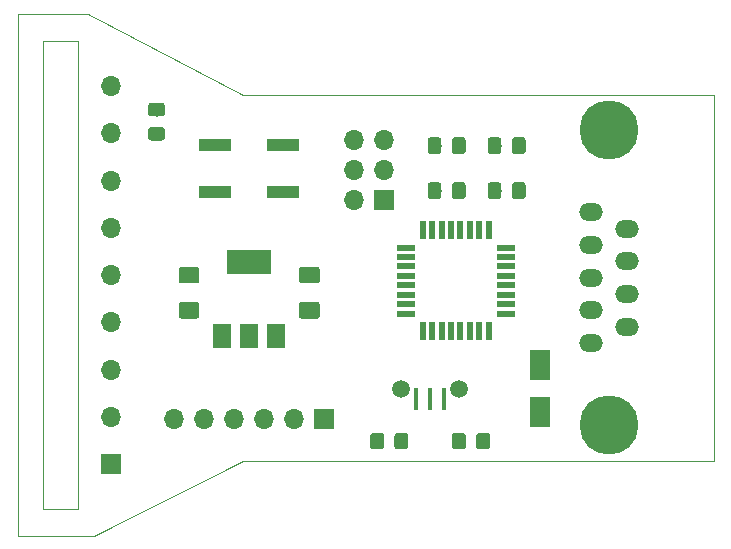
<source format=gbr>
G04 #@! TF.GenerationSoftware,KiCad,Pcbnew,5.1.4-e60b266~84~ubuntu16.04.1*
G04 #@! TF.CreationDate,2019-11-10T18:33:16+00:00*
G04 #@! TF.ProjectId,OpenPSX2AmigaPadAdapter,4f70656e-5053-4583-9241-6d6967615061,2*
G04 #@! TF.SameCoordinates,Original*
G04 #@! TF.FileFunction,Soldermask,Top*
G04 #@! TF.FilePolarity,Negative*
%FSLAX46Y46*%
G04 Gerber Fmt 4.6, Leading zero omitted, Abs format (unit mm)*
G04 Created by KiCad (PCBNEW 5.1.4-e60b266~84~ubuntu16.04.1) date 2019-11-10 18:33:16*
%MOMM*%
%LPD*%
G04 APERTURE LIST*
%ADD10C,0.050000*%
%ADD11O,1.700000X1.700000*%
%ADD12R,1.700000X1.700000*%
%ADD13C,0.100000*%
%ADD14C,1.425000*%
%ADD15C,1.150000*%
%ADD16R,0.550000X1.600000*%
%ADD17R,1.600000X0.550000*%
%ADD18R,3.800000X2.000000*%
%ADD19R,1.500000X2.000000*%
%ADD20C,1.500000*%
%ADD21C,5.001260*%
%ADD22O,1.998980X1.501140*%
%ADD23R,2.750000X1.000000*%
%ADD24R,1.800000X2.500000*%
%ADD25R,0.400000X1.900000*%
G04 APERTURE END LIST*
D10*
X113792000Y-95758000D02*
X110871000Y-95758000D01*
X113792000Y-56134000D02*
X113792000Y-95758000D01*
X110871000Y-56134000D02*
X113792000Y-56134000D01*
X110871000Y-95758000D02*
X110871000Y-56134000D01*
X167640000Y-91694000D02*
X127762000Y-91694000D01*
X127762000Y-91694000D02*
X115189000Y-98044000D01*
X108712000Y-98044000D02*
X115189000Y-98044000D01*
X108712000Y-53848000D02*
X108712000Y-98044000D01*
X114681000Y-53848000D02*
X108712000Y-53848000D01*
X127762000Y-60706000D02*
X114681000Y-53848000D01*
X127762000Y-60706000D02*
X167640000Y-60706000D01*
X167640000Y-60706000D02*
X167640000Y-91694000D01*
D11*
X116616000Y-59982500D03*
X116616000Y-63982500D03*
X116616000Y-67982500D03*
X116616000Y-71982500D03*
X116616000Y-75982500D03*
X116616000Y-79982500D03*
X116616000Y-83982500D03*
X116616000Y-87982500D03*
D12*
X116616000Y-91982500D03*
D13*
G36*
X134049504Y-75271204D02*
G01*
X134073773Y-75274804D01*
X134097571Y-75280765D01*
X134120671Y-75289030D01*
X134142849Y-75299520D01*
X134163893Y-75312133D01*
X134183598Y-75326747D01*
X134201777Y-75343223D01*
X134218253Y-75361402D01*
X134232867Y-75381107D01*
X134245480Y-75402151D01*
X134255970Y-75424329D01*
X134264235Y-75447429D01*
X134270196Y-75471227D01*
X134273796Y-75495496D01*
X134275000Y-75520000D01*
X134275000Y-76445000D01*
X134273796Y-76469504D01*
X134270196Y-76493773D01*
X134264235Y-76517571D01*
X134255970Y-76540671D01*
X134245480Y-76562849D01*
X134232867Y-76583893D01*
X134218253Y-76603598D01*
X134201777Y-76621777D01*
X134183598Y-76638253D01*
X134163893Y-76652867D01*
X134142849Y-76665480D01*
X134120671Y-76675970D01*
X134097571Y-76684235D01*
X134073773Y-76690196D01*
X134049504Y-76693796D01*
X134025000Y-76695000D01*
X132775000Y-76695000D01*
X132750496Y-76693796D01*
X132726227Y-76690196D01*
X132702429Y-76684235D01*
X132679329Y-76675970D01*
X132657151Y-76665480D01*
X132636107Y-76652867D01*
X132616402Y-76638253D01*
X132598223Y-76621777D01*
X132581747Y-76603598D01*
X132567133Y-76583893D01*
X132554520Y-76562849D01*
X132544030Y-76540671D01*
X132535765Y-76517571D01*
X132529804Y-76493773D01*
X132526204Y-76469504D01*
X132525000Y-76445000D01*
X132525000Y-75520000D01*
X132526204Y-75495496D01*
X132529804Y-75471227D01*
X132535765Y-75447429D01*
X132544030Y-75424329D01*
X132554520Y-75402151D01*
X132567133Y-75381107D01*
X132581747Y-75361402D01*
X132598223Y-75343223D01*
X132616402Y-75326747D01*
X132636107Y-75312133D01*
X132657151Y-75299520D01*
X132679329Y-75289030D01*
X132702429Y-75280765D01*
X132726227Y-75274804D01*
X132750496Y-75271204D01*
X132775000Y-75270000D01*
X134025000Y-75270000D01*
X134049504Y-75271204D01*
X134049504Y-75271204D01*
G37*
D14*
X133400000Y-75982500D03*
D13*
G36*
X134049504Y-78246204D02*
G01*
X134073773Y-78249804D01*
X134097571Y-78255765D01*
X134120671Y-78264030D01*
X134142849Y-78274520D01*
X134163893Y-78287133D01*
X134183598Y-78301747D01*
X134201777Y-78318223D01*
X134218253Y-78336402D01*
X134232867Y-78356107D01*
X134245480Y-78377151D01*
X134255970Y-78399329D01*
X134264235Y-78422429D01*
X134270196Y-78446227D01*
X134273796Y-78470496D01*
X134275000Y-78495000D01*
X134275000Y-79420000D01*
X134273796Y-79444504D01*
X134270196Y-79468773D01*
X134264235Y-79492571D01*
X134255970Y-79515671D01*
X134245480Y-79537849D01*
X134232867Y-79558893D01*
X134218253Y-79578598D01*
X134201777Y-79596777D01*
X134183598Y-79613253D01*
X134163893Y-79627867D01*
X134142849Y-79640480D01*
X134120671Y-79650970D01*
X134097571Y-79659235D01*
X134073773Y-79665196D01*
X134049504Y-79668796D01*
X134025000Y-79670000D01*
X132775000Y-79670000D01*
X132750496Y-79668796D01*
X132726227Y-79665196D01*
X132702429Y-79659235D01*
X132679329Y-79650970D01*
X132657151Y-79640480D01*
X132636107Y-79627867D01*
X132616402Y-79613253D01*
X132598223Y-79596777D01*
X132581747Y-79578598D01*
X132567133Y-79558893D01*
X132554520Y-79537849D01*
X132544030Y-79515671D01*
X132535765Y-79492571D01*
X132529804Y-79468773D01*
X132526204Y-79444504D01*
X132525000Y-79420000D01*
X132525000Y-78495000D01*
X132526204Y-78470496D01*
X132529804Y-78446227D01*
X132535765Y-78422429D01*
X132544030Y-78399329D01*
X132554520Y-78377151D01*
X132567133Y-78356107D01*
X132581747Y-78336402D01*
X132598223Y-78318223D01*
X132616402Y-78301747D01*
X132636107Y-78287133D01*
X132657151Y-78274520D01*
X132679329Y-78264030D01*
X132702429Y-78255765D01*
X132726227Y-78249804D01*
X132750496Y-78246204D01*
X132775000Y-78245000D01*
X134025000Y-78245000D01*
X134049504Y-78246204D01*
X134049504Y-78246204D01*
G37*
D14*
X133400000Y-78957500D03*
D13*
G36*
X123849504Y-78246204D02*
G01*
X123873773Y-78249804D01*
X123897571Y-78255765D01*
X123920671Y-78264030D01*
X123942849Y-78274520D01*
X123963893Y-78287133D01*
X123983598Y-78301747D01*
X124001777Y-78318223D01*
X124018253Y-78336402D01*
X124032867Y-78356107D01*
X124045480Y-78377151D01*
X124055970Y-78399329D01*
X124064235Y-78422429D01*
X124070196Y-78446227D01*
X124073796Y-78470496D01*
X124075000Y-78495000D01*
X124075000Y-79420000D01*
X124073796Y-79444504D01*
X124070196Y-79468773D01*
X124064235Y-79492571D01*
X124055970Y-79515671D01*
X124045480Y-79537849D01*
X124032867Y-79558893D01*
X124018253Y-79578598D01*
X124001777Y-79596777D01*
X123983598Y-79613253D01*
X123963893Y-79627867D01*
X123942849Y-79640480D01*
X123920671Y-79650970D01*
X123897571Y-79659235D01*
X123873773Y-79665196D01*
X123849504Y-79668796D01*
X123825000Y-79670000D01*
X122575000Y-79670000D01*
X122550496Y-79668796D01*
X122526227Y-79665196D01*
X122502429Y-79659235D01*
X122479329Y-79650970D01*
X122457151Y-79640480D01*
X122436107Y-79627867D01*
X122416402Y-79613253D01*
X122398223Y-79596777D01*
X122381747Y-79578598D01*
X122367133Y-79558893D01*
X122354520Y-79537849D01*
X122344030Y-79515671D01*
X122335765Y-79492571D01*
X122329804Y-79468773D01*
X122326204Y-79444504D01*
X122325000Y-79420000D01*
X122325000Y-78495000D01*
X122326204Y-78470496D01*
X122329804Y-78446227D01*
X122335765Y-78422429D01*
X122344030Y-78399329D01*
X122354520Y-78377151D01*
X122367133Y-78356107D01*
X122381747Y-78336402D01*
X122398223Y-78318223D01*
X122416402Y-78301747D01*
X122436107Y-78287133D01*
X122457151Y-78274520D01*
X122479329Y-78264030D01*
X122502429Y-78255765D01*
X122526227Y-78249804D01*
X122550496Y-78246204D01*
X122575000Y-78245000D01*
X123825000Y-78245000D01*
X123849504Y-78246204D01*
X123849504Y-78246204D01*
G37*
D14*
X123200000Y-78957500D03*
D13*
G36*
X123849504Y-75271204D02*
G01*
X123873773Y-75274804D01*
X123897571Y-75280765D01*
X123920671Y-75289030D01*
X123942849Y-75299520D01*
X123963893Y-75312133D01*
X123983598Y-75326747D01*
X124001777Y-75343223D01*
X124018253Y-75361402D01*
X124032867Y-75381107D01*
X124045480Y-75402151D01*
X124055970Y-75424329D01*
X124064235Y-75447429D01*
X124070196Y-75471227D01*
X124073796Y-75495496D01*
X124075000Y-75520000D01*
X124075000Y-76445000D01*
X124073796Y-76469504D01*
X124070196Y-76493773D01*
X124064235Y-76517571D01*
X124055970Y-76540671D01*
X124045480Y-76562849D01*
X124032867Y-76583893D01*
X124018253Y-76603598D01*
X124001777Y-76621777D01*
X123983598Y-76638253D01*
X123963893Y-76652867D01*
X123942849Y-76665480D01*
X123920671Y-76675970D01*
X123897571Y-76684235D01*
X123873773Y-76690196D01*
X123849504Y-76693796D01*
X123825000Y-76695000D01*
X122575000Y-76695000D01*
X122550496Y-76693796D01*
X122526227Y-76690196D01*
X122502429Y-76684235D01*
X122479329Y-76675970D01*
X122457151Y-76665480D01*
X122436107Y-76652867D01*
X122416402Y-76638253D01*
X122398223Y-76621777D01*
X122381747Y-76603598D01*
X122367133Y-76583893D01*
X122354520Y-76562849D01*
X122344030Y-76540671D01*
X122335765Y-76517571D01*
X122329804Y-76493773D01*
X122326204Y-76469504D01*
X122325000Y-76445000D01*
X122325000Y-75520000D01*
X122326204Y-75495496D01*
X122329804Y-75471227D01*
X122335765Y-75447429D01*
X122344030Y-75424329D01*
X122354520Y-75402151D01*
X122367133Y-75381107D01*
X122381747Y-75361402D01*
X122398223Y-75343223D01*
X122416402Y-75326747D01*
X122436107Y-75312133D01*
X122457151Y-75299520D01*
X122479329Y-75289030D01*
X122502429Y-75280765D01*
X122526227Y-75274804D01*
X122550496Y-75271204D01*
X122575000Y-75270000D01*
X123825000Y-75270000D01*
X123849504Y-75271204D01*
X123849504Y-75271204D01*
G37*
D14*
X123200000Y-75982500D03*
D13*
G36*
X139486505Y-89344204D02*
G01*
X139510773Y-89347804D01*
X139534572Y-89353765D01*
X139557671Y-89362030D01*
X139579850Y-89372520D01*
X139600893Y-89385132D01*
X139620599Y-89399747D01*
X139638777Y-89416223D01*
X139655253Y-89434401D01*
X139669868Y-89454107D01*
X139682480Y-89475150D01*
X139692970Y-89497329D01*
X139701235Y-89520428D01*
X139707196Y-89544227D01*
X139710796Y-89568495D01*
X139712000Y-89592999D01*
X139712000Y-90493001D01*
X139710796Y-90517505D01*
X139707196Y-90541773D01*
X139701235Y-90565572D01*
X139692970Y-90588671D01*
X139682480Y-90610850D01*
X139669868Y-90631893D01*
X139655253Y-90651599D01*
X139638777Y-90669777D01*
X139620599Y-90686253D01*
X139600893Y-90700868D01*
X139579850Y-90713480D01*
X139557671Y-90723970D01*
X139534572Y-90732235D01*
X139510773Y-90738196D01*
X139486505Y-90741796D01*
X139462001Y-90743000D01*
X138811999Y-90743000D01*
X138787495Y-90741796D01*
X138763227Y-90738196D01*
X138739428Y-90732235D01*
X138716329Y-90723970D01*
X138694150Y-90713480D01*
X138673107Y-90700868D01*
X138653401Y-90686253D01*
X138635223Y-90669777D01*
X138618747Y-90651599D01*
X138604132Y-90631893D01*
X138591520Y-90610850D01*
X138581030Y-90588671D01*
X138572765Y-90565572D01*
X138566804Y-90541773D01*
X138563204Y-90517505D01*
X138562000Y-90493001D01*
X138562000Y-89592999D01*
X138563204Y-89568495D01*
X138566804Y-89544227D01*
X138572765Y-89520428D01*
X138581030Y-89497329D01*
X138591520Y-89475150D01*
X138604132Y-89454107D01*
X138618747Y-89434401D01*
X138635223Y-89416223D01*
X138653401Y-89399747D01*
X138673107Y-89385132D01*
X138694150Y-89372520D01*
X138716329Y-89362030D01*
X138739428Y-89353765D01*
X138763227Y-89347804D01*
X138787495Y-89344204D01*
X138811999Y-89343000D01*
X139462001Y-89343000D01*
X139486505Y-89344204D01*
X139486505Y-89344204D01*
G37*
D15*
X139137000Y-90043000D03*
D13*
G36*
X141536505Y-89344204D02*
G01*
X141560773Y-89347804D01*
X141584572Y-89353765D01*
X141607671Y-89362030D01*
X141629850Y-89372520D01*
X141650893Y-89385132D01*
X141670599Y-89399747D01*
X141688777Y-89416223D01*
X141705253Y-89434401D01*
X141719868Y-89454107D01*
X141732480Y-89475150D01*
X141742970Y-89497329D01*
X141751235Y-89520428D01*
X141757196Y-89544227D01*
X141760796Y-89568495D01*
X141762000Y-89592999D01*
X141762000Y-90493001D01*
X141760796Y-90517505D01*
X141757196Y-90541773D01*
X141751235Y-90565572D01*
X141742970Y-90588671D01*
X141732480Y-90610850D01*
X141719868Y-90631893D01*
X141705253Y-90651599D01*
X141688777Y-90669777D01*
X141670599Y-90686253D01*
X141650893Y-90700868D01*
X141629850Y-90713480D01*
X141607671Y-90723970D01*
X141584572Y-90732235D01*
X141560773Y-90738196D01*
X141536505Y-90741796D01*
X141512001Y-90743000D01*
X140861999Y-90743000D01*
X140837495Y-90741796D01*
X140813227Y-90738196D01*
X140789428Y-90732235D01*
X140766329Y-90723970D01*
X140744150Y-90713480D01*
X140723107Y-90700868D01*
X140703401Y-90686253D01*
X140685223Y-90669777D01*
X140668747Y-90651599D01*
X140654132Y-90631893D01*
X140641520Y-90610850D01*
X140631030Y-90588671D01*
X140622765Y-90565572D01*
X140616804Y-90541773D01*
X140613204Y-90517505D01*
X140612000Y-90493001D01*
X140612000Y-89592999D01*
X140613204Y-89568495D01*
X140616804Y-89544227D01*
X140622765Y-89520428D01*
X140631030Y-89497329D01*
X140641520Y-89475150D01*
X140654132Y-89454107D01*
X140668747Y-89434401D01*
X140685223Y-89416223D01*
X140703401Y-89399747D01*
X140723107Y-89385132D01*
X140744150Y-89372520D01*
X140766329Y-89362030D01*
X140789428Y-89353765D01*
X140813227Y-89347804D01*
X140837495Y-89344204D01*
X140861999Y-89343000D01*
X141512001Y-89343000D01*
X141536505Y-89344204D01*
X141536505Y-89344204D01*
G37*
D15*
X141187000Y-90043000D03*
D13*
G36*
X146416505Y-89344204D02*
G01*
X146440773Y-89347804D01*
X146464572Y-89353765D01*
X146487671Y-89362030D01*
X146509850Y-89372520D01*
X146530893Y-89385132D01*
X146550599Y-89399747D01*
X146568777Y-89416223D01*
X146585253Y-89434401D01*
X146599868Y-89454107D01*
X146612480Y-89475150D01*
X146622970Y-89497329D01*
X146631235Y-89520428D01*
X146637196Y-89544227D01*
X146640796Y-89568495D01*
X146642000Y-89592999D01*
X146642000Y-90493001D01*
X146640796Y-90517505D01*
X146637196Y-90541773D01*
X146631235Y-90565572D01*
X146622970Y-90588671D01*
X146612480Y-90610850D01*
X146599868Y-90631893D01*
X146585253Y-90651599D01*
X146568777Y-90669777D01*
X146550599Y-90686253D01*
X146530893Y-90700868D01*
X146509850Y-90713480D01*
X146487671Y-90723970D01*
X146464572Y-90732235D01*
X146440773Y-90738196D01*
X146416505Y-90741796D01*
X146392001Y-90743000D01*
X145741999Y-90743000D01*
X145717495Y-90741796D01*
X145693227Y-90738196D01*
X145669428Y-90732235D01*
X145646329Y-90723970D01*
X145624150Y-90713480D01*
X145603107Y-90700868D01*
X145583401Y-90686253D01*
X145565223Y-90669777D01*
X145548747Y-90651599D01*
X145534132Y-90631893D01*
X145521520Y-90610850D01*
X145511030Y-90588671D01*
X145502765Y-90565572D01*
X145496804Y-90541773D01*
X145493204Y-90517505D01*
X145492000Y-90493001D01*
X145492000Y-89592999D01*
X145493204Y-89568495D01*
X145496804Y-89544227D01*
X145502765Y-89520428D01*
X145511030Y-89497329D01*
X145521520Y-89475150D01*
X145534132Y-89454107D01*
X145548747Y-89434401D01*
X145565223Y-89416223D01*
X145583401Y-89399747D01*
X145603107Y-89385132D01*
X145624150Y-89372520D01*
X145646329Y-89362030D01*
X145669428Y-89353765D01*
X145693227Y-89347804D01*
X145717495Y-89344204D01*
X145741999Y-89343000D01*
X146392001Y-89343000D01*
X146416505Y-89344204D01*
X146416505Y-89344204D01*
G37*
D15*
X146067000Y-90043000D03*
D13*
G36*
X148466505Y-89344204D02*
G01*
X148490773Y-89347804D01*
X148514572Y-89353765D01*
X148537671Y-89362030D01*
X148559850Y-89372520D01*
X148580893Y-89385132D01*
X148600599Y-89399747D01*
X148618777Y-89416223D01*
X148635253Y-89434401D01*
X148649868Y-89454107D01*
X148662480Y-89475150D01*
X148672970Y-89497329D01*
X148681235Y-89520428D01*
X148687196Y-89544227D01*
X148690796Y-89568495D01*
X148692000Y-89592999D01*
X148692000Y-90493001D01*
X148690796Y-90517505D01*
X148687196Y-90541773D01*
X148681235Y-90565572D01*
X148672970Y-90588671D01*
X148662480Y-90610850D01*
X148649868Y-90631893D01*
X148635253Y-90651599D01*
X148618777Y-90669777D01*
X148600599Y-90686253D01*
X148580893Y-90700868D01*
X148559850Y-90713480D01*
X148537671Y-90723970D01*
X148514572Y-90732235D01*
X148490773Y-90738196D01*
X148466505Y-90741796D01*
X148442001Y-90743000D01*
X147791999Y-90743000D01*
X147767495Y-90741796D01*
X147743227Y-90738196D01*
X147719428Y-90732235D01*
X147696329Y-90723970D01*
X147674150Y-90713480D01*
X147653107Y-90700868D01*
X147633401Y-90686253D01*
X147615223Y-90669777D01*
X147598747Y-90651599D01*
X147584132Y-90631893D01*
X147571520Y-90610850D01*
X147561030Y-90588671D01*
X147552765Y-90565572D01*
X147546804Y-90541773D01*
X147543204Y-90517505D01*
X147542000Y-90493001D01*
X147542000Y-89592999D01*
X147543204Y-89568495D01*
X147546804Y-89544227D01*
X147552765Y-89520428D01*
X147561030Y-89497329D01*
X147571520Y-89475150D01*
X147584132Y-89454107D01*
X147598747Y-89434401D01*
X147615223Y-89416223D01*
X147633401Y-89399747D01*
X147653107Y-89385132D01*
X147674150Y-89372520D01*
X147696329Y-89362030D01*
X147719428Y-89353765D01*
X147743227Y-89347804D01*
X147767495Y-89344204D01*
X147791999Y-89343000D01*
X148442001Y-89343000D01*
X148466505Y-89344204D01*
X148466505Y-89344204D01*
G37*
D15*
X148117000Y-90043000D03*
D13*
G36*
X149438505Y-68135204D02*
G01*
X149462773Y-68138804D01*
X149486572Y-68144765D01*
X149509671Y-68153030D01*
X149531850Y-68163520D01*
X149552893Y-68176132D01*
X149572599Y-68190747D01*
X149590777Y-68207223D01*
X149607253Y-68225401D01*
X149621868Y-68245107D01*
X149634480Y-68266150D01*
X149644970Y-68288329D01*
X149653235Y-68311428D01*
X149659196Y-68335227D01*
X149662796Y-68359495D01*
X149664000Y-68383999D01*
X149664000Y-69284001D01*
X149662796Y-69308505D01*
X149659196Y-69332773D01*
X149653235Y-69356572D01*
X149644970Y-69379671D01*
X149634480Y-69401850D01*
X149621868Y-69422893D01*
X149607253Y-69442599D01*
X149590777Y-69460777D01*
X149572599Y-69477253D01*
X149552893Y-69491868D01*
X149531850Y-69504480D01*
X149509671Y-69514970D01*
X149486572Y-69523235D01*
X149462773Y-69529196D01*
X149438505Y-69532796D01*
X149414001Y-69534000D01*
X148763999Y-69534000D01*
X148739495Y-69532796D01*
X148715227Y-69529196D01*
X148691428Y-69523235D01*
X148668329Y-69514970D01*
X148646150Y-69504480D01*
X148625107Y-69491868D01*
X148605401Y-69477253D01*
X148587223Y-69460777D01*
X148570747Y-69442599D01*
X148556132Y-69422893D01*
X148543520Y-69401850D01*
X148533030Y-69379671D01*
X148524765Y-69356572D01*
X148518804Y-69332773D01*
X148515204Y-69308505D01*
X148514000Y-69284001D01*
X148514000Y-68383999D01*
X148515204Y-68359495D01*
X148518804Y-68335227D01*
X148524765Y-68311428D01*
X148533030Y-68288329D01*
X148543520Y-68266150D01*
X148556132Y-68245107D01*
X148570747Y-68225401D01*
X148587223Y-68207223D01*
X148605401Y-68190747D01*
X148625107Y-68176132D01*
X148646150Y-68163520D01*
X148668329Y-68153030D01*
X148691428Y-68144765D01*
X148715227Y-68138804D01*
X148739495Y-68135204D01*
X148763999Y-68134000D01*
X149414001Y-68134000D01*
X149438505Y-68135204D01*
X149438505Y-68135204D01*
G37*
D15*
X149089000Y-68834000D03*
D13*
G36*
X151488505Y-68135204D02*
G01*
X151512773Y-68138804D01*
X151536572Y-68144765D01*
X151559671Y-68153030D01*
X151581850Y-68163520D01*
X151602893Y-68176132D01*
X151622599Y-68190747D01*
X151640777Y-68207223D01*
X151657253Y-68225401D01*
X151671868Y-68245107D01*
X151684480Y-68266150D01*
X151694970Y-68288329D01*
X151703235Y-68311428D01*
X151709196Y-68335227D01*
X151712796Y-68359495D01*
X151714000Y-68383999D01*
X151714000Y-69284001D01*
X151712796Y-69308505D01*
X151709196Y-69332773D01*
X151703235Y-69356572D01*
X151694970Y-69379671D01*
X151684480Y-69401850D01*
X151671868Y-69422893D01*
X151657253Y-69442599D01*
X151640777Y-69460777D01*
X151622599Y-69477253D01*
X151602893Y-69491868D01*
X151581850Y-69504480D01*
X151559671Y-69514970D01*
X151536572Y-69523235D01*
X151512773Y-69529196D01*
X151488505Y-69532796D01*
X151464001Y-69534000D01*
X150813999Y-69534000D01*
X150789495Y-69532796D01*
X150765227Y-69529196D01*
X150741428Y-69523235D01*
X150718329Y-69514970D01*
X150696150Y-69504480D01*
X150675107Y-69491868D01*
X150655401Y-69477253D01*
X150637223Y-69460777D01*
X150620747Y-69442599D01*
X150606132Y-69422893D01*
X150593520Y-69401850D01*
X150583030Y-69379671D01*
X150574765Y-69356572D01*
X150568804Y-69332773D01*
X150565204Y-69308505D01*
X150564000Y-69284001D01*
X150564000Y-68383999D01*
X150565204Y-68359495D01*
X150568804Y-68335227D01*
X150574765Y-68311428D01*
X150583030Y-68288329D01*
X150593520Y-68266150D01*
X150606132Y-68245107D01*
X150620747Y-68225401D01*
X150637223Y-68207223D01*
X150655401Y-68190747D01*
X150675107Y-68176132D01*
X150696150Y-68163520D01*
X150718329Y-68153030D01*
X150741428Y-68144765D01*
X150765227Y-68138804D01*
X150789495Y-68135204D01*
X150813999Y-68134000D01*
X151464001Y-68134000D01*
X151488505Y-68135204D01*
X151488505Y-68135204D01*
G37*
D15*
X151139000Y-68834000D03*
D13*
G36*
X151488505Y-64325204D02*
G01*
X151512773Y-64328804D01*
X151536572Y-64334765D01*
X151559671Y-64343030D01*
X151581850Y-64353520D01*
X151602893Y-64366132D01*
X151622599Y-64380747D01*
X151640777Y-64397223D01*
X151657253Y-64415401D01*
X151671868Y-64435107D01*
X151684480Y-64456150D01*
X151694970Y-64478329D01*
X151703235Y-64501428D01*
X151709196Y-64525227D01*
X151712796Y-64549495D01*
X151714000Y-64573999D01*
X151714000Y-65474001D01*
X151712796Y-65498505D01*
X151709196Y-65522773D01*
X151703235Y-65546572D01*
X151694970Y-65569671D01*
X151684480Y-65591850D01*
X151671868Y-65612893D01*
X151657253Y-65632599D01*
X151640777Y-65650777D01*
X151622599Y-65667253D01*
X151602893Y-65681868D01*
X151581850Y-65694480D01*
X151559671Y-65704970D01*
X151536572Y-65713235D01*
X151512773Y-65719196D01*
X151488505Y-65722796D01*
X151464001Y-65724000D01*
X150813999Y-65724000D01*
X150789495Y-65722796D01*
X150765227Y-65719196D01*
X150741428Y-65713235D01*
X150718329Y-65704970D01*
X150696150Y-65694480D01*
X150675107Y-65681868D01*
X150655401Y-65667253D01*
X150637223Y-65650777D01*
X150620747Y-65632599D01*
X150606132Y-65612893D01*
X150593520Y-65591850D01*
X150583030Y-65569671D01*
X150574765Y-65546572D01*
X150568804Y-65522773D01*
X150565204Y-65498505D01*
X150564000Y-65474001D01*
X150564000Y-64573999D01*
X150565204Y-64549495D01*
X150568804Y-64525227D01*
X150574765Y-64501428D01*
X150583030Y-64478329D01*
X150593520Y-64456150D01*
X150606132Y-64435107D01*
X150620747Y-64415401D01*
X150637223Y-64397223D01*
X150655401Y-64380747D01*
X150675107Y-64366132D01*
X150696150Y-64353520D01*
X150718329Y-64343030D01*
X150741428Y-64334765D01*
X150765227Y-64328804D01*
X150789495Y-64325204D01*
X150813999Y-64324000D01*
X151464001Y-64324000D01*
X151488505Y-64325204D01*
X151488505Y-64325204D01*
G37*
D15*
X151139000Y-65024000D03*
D13*
G36*
X149438505Y-64325204D02*
G01*
X149462773Y-64328804D01*
X149486572Y-64334765D01*
X149509671Y-64343030D01*
X149531850Y-64353520D01*
X149552893Y-64366132D01*
X149572599Y-64380747D01*
X149590777Y-64397223D01*
X149607253Y-64415401D01*
X149621868Y-64435107D01*
X149634480Y-64456150D01*
X149644970Y-64478329D01*
X149653235Y-64501428D01*
X149659196Y-64525227D01*
X149662796Y-64549495D01*
X149664000Y-64573999D01*
X149664000Y-65474001D01*
X149662796Y-65498505D01*
X149659196Y-65522773D01*
X149653235Y-65546572D01*
X149644970Y-65569671D01*
X149634480Y-65591850D01*
X149621868Y-65612893D01*
X149607253Y-65632599D01*
X149590777Y-65650777D01*
X149572599Y-65667253D01*
X149552893Y-65681868D01*
X149531850Y-65694480D01*
X149509671Y-65704970D01*
X149486572Y-65713235D01*
X149462773Y-65719196D01*
X149438505Y-65722796D01*
X149414001Y-65724000D01*
X148763999Y-65724000D01*
X148739495Y-65722796D01*
X148715227Y-65719196D01*
X148691428Y-65713235D01*
X148668329Y-65704970D01*
X148646150Y-65694480D01*
X148625107Y-65681868D01*
X148605401Y-65667253D01*
X148587223Y-65650777D01*
X148570747Y-65632599D01*
X148556132Y-65612893D01*
X148543520Y-65591850D01*
X148533030Y-65569671D01*
X148524765Y-65546572D01*
X148518804Y-65522773D01*
X148515204Y-65498505D01*
X148514000Y-65474001D01*
X148514000Y-64573999D01*
X148515204Y-64549495D01*
X148518804Y-64525227D01*
X148524765Y-64501428D01*
X148533030Y-64478329D01*
X148543520Y-64456150D01*
X148556132Y-64435107D01*
X148570747Y-64415401D01*
X148587223Y-64397223D01*
X148605401Y-64380747D01*
X148625107Y-64366132D01*
X148646150Y-64353520D01*
X148668329Y-64343030D01*
X148691428Y-64334765D01*
X148715227Y-64328804D01*
X148739495Y-64325204D01*
X148763999Y-64324000D01*
X149414001Y-64324000D01*
X149438505Y-64325204D01*
X149438505Y-64325204D01*
G37*
D15*
X149089000Y-65024000D03*
D13*
G36*
X146408505Y-68135204D02*
G01*
X146432773Y-68138804D01*
X146456572Y-68144765D01*
X146479671Y-68153030D01*
X146501850Y-68163520D01*
X146522893Y-68176132D01*
X146542599Y-68190747D01*
X146560777Y-68207223D01*
X146577253Y-68225401D01*
X146591868Y-68245107D01*
X146604480Y-68266150D01*
X146614970Y-68288329D01*
X146623235Y-68311428D01*
X146629196Y-68335227D01*
X146632796Y-68359495D01*
X146634000Y-68383999D01*
X146634000Y-69284001D01*
X146632796Y-69308505D01*
X146629196Y-69332773D01*
X146623235Y-69356572D01*
X146614970Y-69379671D01*
X146604480Y-69401850D01*
X146591868Y-69422893D01*
X146577253Y-69442599D01*
X146560777Y-69460777D01*
X146542599Y-69477253D01*
X146522893Y-69491868D01*
X146501850Y-69504480D01*
X146479671Y-69514970D01*
X146456572Y-69523235D01*
X146432773Y-69529196D01*
X146408505Y-69532796D01*
X146384001Y-69534000D01*
X145733999Y-69534000D01*
X145709495Y-69532796D01*
X145685227Y-69529196D01*
X145661428Y-69523235D01*
X145638329Y-69514970D01*
X145616150Y-69504480D01*
X145595107Y-69491868D01*
X145575401Y-69477253D01*
X145557223Y-69460777D01*
X145540747Y-69442599D01*
X145526132Y-69422893D01*
X145513520Y-69401850D01*
X145503030Y-69379671D01*
X145494765Y-69356572D01*
X145488804Y-69332773D01*
X145485204Y-69308505D01*
X145484000Y-69284001D01*
X145484000Y-68383999D01*
X145485204Y-68359495D01*
X145488804Y-68335227D01*
X145494765Y-68311428D01*
X145503030Y-68288329D01*
X145513520Y-68266150D01*
X145526132Y-68245107D01*
X145540747Y-68225401D01*
X145557223Y-68207223D01*
X145575401Y-68190747D01*
X145595107Y-68176132D01*
X145616150Y-68163520D01*
X145638329Y-68153030D01*
X145661428Y-68144765D01*
X145685227Y-68138804D01*
X145709495Y-68135204D01*
X145733999Y-68134000D01*
X146384001Y-68134000D01*
X146408505Y-68135204D01*
X146408505Y-68135204D01*
G37*
D15*
X146059000Y-68834000D03*
D13*
G36*
X144358505Y-68135204D02*
G01*
X144382773Y-68138804D01*
X144406572Y-68144765D01*
X144429671Y-68153030D01*
X144451850Y-68163520D01*
X144472893Y-68176132D01*
X144492599Y-68190747D01*
X144510777Y-68207223D01*
X144527253Y-68225401D01*
X144541868Y-68245107D01*
X144554480Y-68266150D01*
X144564970Y-68288329D01*
X144573235Y-68311428D01*
X144579196Y-68335227D01*
X144582796Y-68359495D01*
X144584000Y-68383999D01*
X144584000Y-69284001D01*
X144582796Y-69308505D01*
X144579196Y-69332773D01*
X144573235Y-69356572D01*
X144564970Y-69379671D01*
X144554480Y-69401850D01*
X144541868Y-69422893D01*
X144527253Y-69442599D01*
X144510777Y-69460777D01*
X144492599Y-69477253D01*
X144472893Y-69491868D01*
X144451850Y-69504480D01*
X144429671Y-69514970D01*
X144406572Y-69523235D01*
X144382773Y-69529196D01*
X144358505Y-69532796D01*
X144334001Y-69534000D01*
X143683999Y-69534000D01*
X143659495Y-69532796D01*
X143635227Y-69529196D01*
X143611428Y-69523235D01*
X143588329Y-69514970D01*
X143566150Y-69504480D01*
X143545107Y-69491868D01*
X143525401Y-69477253D01*
X143507223Y-69460777D01*
X143490747Y-69442599D01*
X143476132Y-69422893D01*
X143463520Y-69401850D01*
X143453030Y-69379671D01*
X143444765Y-69356572D01*
X143438804Y-69332773D01*
X143435204Y-69308505D01*
X143434000Y-69284001D01*
X143434000Y-68383999D01*
X143435204Y-68359495D01*
X143438804Y-68335227D01*
X143444765Y-68311428D01*
X143453030Y-68288329D01*
X143463520Y-68266150D01*
X143476132Y-68245107D01*
X143490747Y-68225401D01*
X143507223Y-68207223D01*
X143525401Y-68190747D01*
X143545107Y-68176132D01*
X143566150Y-68163520D01*
X143588329Y-68153030D01*
X143611428Y-68144765D01*
X143635227Y-68138804D01*
X143659495Y-68135204D01*
X143683999Y-68134000D01*
X144334001Y-68134000D01*
X144358505Y-68135204D01*
X144358505Y-68135204D01*
G37*
D15*
X144009000Y-68834000D03*
D13*
G36*
X144358505Y-64325204D02*
G01*
X144382773Y-64328804D01*
X144406572Y-64334765D01*
X144429671Y-64343030D01*
X144451850Y-64353520D01*
X144472893Y-64366132D01*
X144492599Y-64380747D01*
X144510777Y-64397223D01*
X144527253Y-64415401D01*
X144541868Y-64435107D01*
X144554480Y-64456150D01*
X144564970Y-64478329D01*
X144573235Y-64501428D01*
X144579196Y-64525227D01*
X144582796Y-64549495D01*
X144584000Y-64573999D01*
X144584000Y-65474001D01*
X144582796Y-65498505D01*
X144579196Y-65522773D01*
X144573235Y-65546572D01*
X144564970Y-65569671D01*
X144554480Y-65591850D01*
X144541868Y-65612893D01*
X144527253Y-65632599D01*
X144510777Y-65650777D01*
X144492599Y-65667253D01*
X144472893Y-65681868D01*
X144451850Y-65694480D01*
X144429671Y-65704970D01*
X144406572Y-65713235D01*
X144382773Y-65719196D01*
X144358505Y-65722796D01*
X144334001Y-65724000D01*
X143683999Y-65724000D01*
X143659495Y-65722796D01*
X143635227Y-65719196D01*
X143611428Y-65713235D01*
X143588329Y-65704970D01*
X143566150Y-65694480D01*
X143545107Y-65681868D01*
X143525401Y-65667253D01*
X143507223Y-65650777D01*
X143490747Y-65632599D01*
X143476132Y-65612893D01*
X143463520Y-65591850D01*
X143453030Y-65569671D01*
X143444765Y-65546572D01*
X143438804Y-65522773D01*
X143435204Y-65498505D01*
X143434000Y-65474001D01*
X143434000Y-64573999D01*
X143435204Y-64549495D01*
X143438804Y-64525227D01*
X143444765Y-64501428D01*
X143453030Y-64478329D01*
X143463520Y-64456150D01*
X143476132Y-64435107D01*
X143490747Y-64415401D01*
X143507223Y-64397223D01*
X143525401Y-64380747D01*
X143545107Y-64366132D01*
X143566150Y-64353520D01*
X143588329Y-64343030D01*
X143611428Y-64334765D01*
X143635227Y-64328804D01*
X143659495Y-64325204D01*
X143683999Y-64324000D01*
X144334001Y-64324000D01*
X144358505Y-64325204D01*
X144358505Y-64325204D01*
G37*
D15*
X144009000Y-65024000D03*
D13*
G36*
X146408505Y-64325204D02*
G01*
X146432773Y-64328804D01*
X146456572Y-64334765D01*
X146479671Y-64343030D01*
X146501850Y-64353520D01*
X146522893Y-64366132D01*
X146542599Y-64380747D01*
X146560777Y-64397223D01*
X146577253Y-64415401D01*
X146591868Y-64435107D01*
X146604480Y-64456150D01*
X146614970Y-64478329D01*
X146623235Y-64501428D01*
X146629196Y-64525227D01*
X146632796Y-64549495D01*
X146634000Y-64573999D01*
X146634000Y-65474001D01*
X146632796Y-65498505D01*
X146629196Y-65522773D01*
X146623235Y-65546572D01*
X146614970Y-65569671D01*
X146604480Y-65591850D01*
X146591868Y-65612893D01*
X146577253Y-65632599D01*
X146560777Y-65650777D01*
X146542599Y-65667253D01*
X146522893Y-65681868D01*
X146501850Y-65694480D01*
X146479671Y-65704970D01*
X146456572Y-65713235D01*
X146432773Y-65719196D01*
X146408505Y-65722796D01*
X146384001Y-65724000D01*
X145733999Y-65724000D01*
X145709495Y-65722796D01*
X145685227Y-65719196D01*
X145661428Y-65713235D01*
X145638329Y-65704970D01*
X145616150Y-65694480D01*
X145595107Y-65681868D01*
X145575401Y-65667253D01*
X145557223Y-65650777D01*
X145540747Y-65632599D01*
X145526132Y-65612893D01*
X145513520Y-65591850D01*
X145503030Y-65569671D01*
X145494765Y-65546572D01*
X145488804Y-65522773D01*
X145485204Y-65498505D01*
X145484000Y-65474001D01*
X145484000Y-64573999D01*
X145485204Y-64549495D01*
X145488804Y-64525227D01*
X145494765Y-64501428D01*
X145503030Y-64478329D01*
X145513520Y-64456150D01*
X145526132Y-64435107D01*
X145540747Y-64415401D01*
X145557223Y-64397223D01*
X145575401Y-64380747D01*
X145595107Y-64366132D01*
X145616150Y-64353520D01*
X145638329Y-64343030D01*
X145661428Y-64334765D01*
X145685227Y-64328804D01*
X145709495Y-64325204D01*
X145733999Y-64324000D01*
X146384001Y-64324000D01*
X146408505Y-64325204D01*
X146408505Y-64325204D01*
G37*
D15*
X146059000Y-65024000D03*
D16*
X142996000Y-80704000D03*
X143796000Y-80704000D03*
X144596000Y-80704000D03*
X145396000Y-80704000D03*
X146196000Y-80704000D03*
X146996000Y-80704000D03*
X147796000Y-80704000D03*
X148596000Y-80704000D03*
D17*
X150046000Y-79254000D03*
X150046000Y-78454000D03*
X150046000Y-77654000D03*
X150046000Y-76854000D03*
X150046000Y-76054000D03*
X150046000Y-75254000D03*
X150046000Y-74454000D03*
X150046000Y-73654000D03*
D16*
X148596000Y-72204000D03*
X147796000Y-72204000D03*
X146996000Y-72204000D03*
X146196000Y-72204000D03*
X145396000Y-72204000D03*
X144596000Y-72204000D03*
X143796000Y-72204000D03*
X142996000Y-72204000D03*
D17*
X141546000Y-73654000D03*
X141546000Y-74454000D03*
X141546000Y-75254000D03*
X141546000Y-76054000D03*
X141546000Y-76854000D03*
X141546000Y-77654000D03*
X141546000Y-78454000D03*
X141546000Y-79254000D03*
D18*
X128270000Y-74862000D03*
D19*
X128270000Y-81162000D03*
X130570000Y-81162000D03*
X125970000Y-81162000D03*
D20*
X146067000Y-85598000D03*
X141187000Y-85598000D03*
D12*
X134620000Y-88138000D03*
D11*
X132080000Y-88138000D03*
X129540000Y-88138000D03*
X127000000Y-88138000D03*
X124460000Y-88138000D03*
X121920000Y-88138000D03*
D12*
X139700000Y-69596000D03*
D11*
X137160000Y-69596000D03*
X139700000Y-67056000D03*
X137160000Y-67056000D03*
X139700000Y-64516000D03*
X137160000Y-64516000D03*
D21*
X158750000Y-88694260D03*
D22*
X160268920Y-72044560D03*
X160268920Y-74815700D03*
X160268920Y-77584300D03*
X160268920Y-80355440D03*
X157231080Y-81739740D03*
X157231080Y-78971140D03*
X157231080Y-70660260D03*
X157231080Y-73428860D03*
X157231080Y-76200000D03*
D21*
X158750000Y-63705740D03*
D23*
X131150000Y-64944000D03*
X125390000Y-64944000D03*
X125390000Y-68944000D03*
X131150000Y-68944000D03*
D24*
X152908000Y-87598000D03*
X152908000Y-83598000D03*
D25*
X144837000Y-86487000D03*
X143637000Y-86487000D03*
X142437000Y-86487000D03*
D13*
G36*
X120939005Y-63443204D02*
G01*
X120963273Y-63446804D01*
X120987072Y-63452765D01*
X121010171Y-63461030D01*
X121032350Y-63471520D01*
X121053393Y-63484132D01*
X121073099Y-63498747D01*
X121091277Y-63515223D01*
X121107753Y-63533401D01*
X121122368Y-63553107D01*
X121134980Y-63574150D01*
X121145470Y-63596329D01*
X121153735Y-63619428D01*
X121159696Y-63643227D01*
X121163296Y-63667495D01*
X121164500Y-63691999D01*
X121164500Y-64342001D01*
X121163296Y-64366505D01*
X121159696Y-64390773D01*
X121153735Y-64414572D01*
X121145470Y-64437671D01*
X121134980Y-64459850D01*
X121122368Y-64480893D01*
X121107753Y-64500599D01*
X121091277Y-64518777D01*
X121073099Y-64535253D01*
X121053393Y-64549868D01*
X121032350Y-64562480D01*
X121010171Y-64572970D01*
X120987072Y-64581235D01*
X120963273Y-64587196D01*
X120939005Y-64590796D01*
X120914501Y-64592000D01*
X120014499Y-64592000D01*
X119989995Y-64590796D01*
X119965727Y-64587196D01*
X119941928Y-64581235D01*
X119918829Y-64572970D01*
X119896650Y-64562480D01*
X119875607Y-64549868D01*
X119855901Y-64535253D01*
X119837723Y-64518777D01*
X119821247Y-64500599D01*
X119806632Y-64480893D01*
X119794020Y-64459850D01*
X119783530Y-64437671D01*
X119775265Y-64414572D01*
X119769304Y-64390773D01*
X119765704Y-64366505D01*
X119764500Y-64342001D01*
X119764500Y-63691999D01*
X119765704Y-63667495D01*
X119769304Y-63643227D01*
X119775265Y-63619428D01*
X119783530Y-63596329D01*
X119794020Y-63574150D01*
X119806632Y-63553107D01*
X119821247Y-63533401D01*
X119837723Y-63515223D01*
X119855901Y-63498747D01*
X119875607Y-63484132D01*
X119896650Y-63471520D01*
X119918829Y-63461030D01*
X119941928Y-63452765D01*
X119965727Y-63446804D01*
X119989995Y-63443204D01*
X120014499Y-63442000D01*
X120914501Y-63442000D01*
X120939005Y-63443204D01*
X120939005Y-63443204D01*
G37*
D15*
X120464500Y-64017000D03*
D13*
G36*
X120939005Y-61393204D02*
G01*
X120963273Y-61396804D01*
X120987072Y-61402765D01*
X121010171Y-61411030D01*
X121032350Y-61421520D01*
X121053393Y-61434132D01*
X121073099Y-61448747D01*
X121091277Y-61465223D01*
X121107753Y-61483401D01*
X121122368Y-61503107D01*
X121134980Y-61524150D01*
X121145470Y-61546329D01*
X121153735Y-61569428D01*
X121159696Y-61593227D01*
X121163296Y-61617495D01*
X121164500Y-61641999D01*
X121164500Y-62292001D01*
X121163296Y-62316505D01*
X121159696Y-62340773D01*
X121153735Y-62364572D01*
X121145470Y-62387671D01*
X121134980Y-62409850D01*
X121122368Y-62430893D01*
X121107753Y-62450599D01*
X121091277Y-62468777D01*
X121073099Y-62485253D01*
X121053393Y-62499868D01*
X121032350Y-62512480D01*
X121010171Y-62522970D01*
X120987072Y-62531235D01*
X120963273Y-62537196D01*
X120939005Y-62540796D01*
X120914501Y-62542000D01*
X120014499Y-62542000D01*
X119989995Y-62540796D01*
X119965727Y-62537196D01*
X119941928Y-62531235D01*
X119918829Y-62522970D01*
X119896650Y-62512480D01*
X119875607Y-62499868D01*
X119855901Y-62485253D01*
X119837723Y-62468777D01*
X119821247Y-62450599D01*
X119806632Y-62430893D01*
X119794020Y-62409850D01*
X119783530Y-62387671D01*
X119775265Y-62364572D01*
X119769304Y-62340773D01*
X119765704Y-62316505D01*
X119764500Y-62292001D01*
X119764500Y-61641999D01*
X119765704Y-61617495D01*
X119769304Y-61593227D01*
X119775265Y-61569428D01*
X119783530Y-61546329D01*
X119794020Y-61524150D01*
X119806632Y-61503107D01*
X119821247Y-61483401D01*
X119837723Y-61465223D01*
X119855901Y-61448747D01*
X119875607Y-61434132D01*
X119896650Y-61421520D01*
X119918829Y-61411030D01*
X119941928Y-61402765D01*
X119965727Y-61396804D01*
X119989995Y-61393204D01*
X120014499Y-61392000D01*
X120914501Y-61392000D01*
X120939005Y-61393204D01*
X120939005Y-61393204D01*
G37*
D15*
X120464500Y-61967000D03*
M02*

</source>
